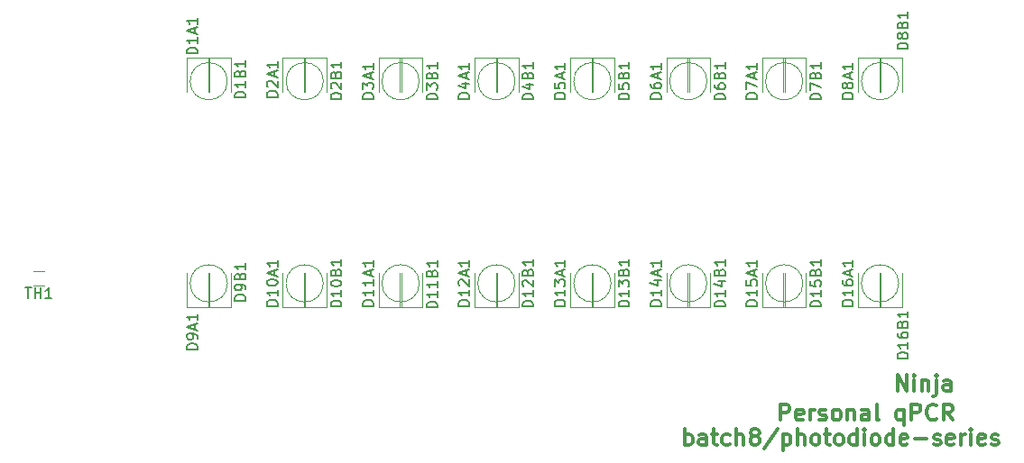
<source format=gto>
G04 #@! TF.GenerationSoftware,KiCad,Pcbnew,(5.1.6-0-10_14)*
G04 #@! TF.CreationDate,2021-06-29T18:11:56+09:00*
G04 #@! TF.ProjectId,qPCR-photodiode-series,71504352-2d70-4686-9f74-6f64696f6465,rev?*
G04 #@! TF.SameCoordinates,Original*
G04 #@! TF.FileFunction,Legend,Top*
G04 #@! TF.FilePolarity,Positive*
%FSLAX46Y46*%
G04 Gerber Fmt 4.6, Leading zero omitted, Abs format (unit mm)*
G04 Created by KiCad (PCBNEW (5.1.6-0-10_14)) date 2021-06-29 18:11:56*
%MOMM*%
%LPD*%
G01*
G04 APERTURE LIST*
%ADD10C,0.300000*%
%ADD11C,0.100000*%
%ADD12C,0.120000*%
%ADD13C,0.150000*%
G04 APERTURE END LIST*
D10*
X151261428Y-124698571D02*
X151261428Y-123198571D01*
X151261428Y-123770000D02*
X151404285Y-123698571D01*
X151690000Y-123698571D01*
X151832857Y-123770000D01*
X151904285Y-123841428D01*
X151975714Y-123984285D01*
X151975714Y-124412857D01*
X151904285Y-124555714D01*
X151832857Y-124627142D01*
X151690000Y-124698571D01*
X151404285Y-124698571D01*
X151261428Y-124627142D01*
X153261428Y-124698571D02*
X153261428Y-123912857D01*
X153190000Y-123770000D01*
X153047142Y-123698571D01*
X152761428Y-123698571D01*
X152618571Y-123770000D01*
X153261428Y-124627142D02*
X153118571Y-124698571D01*
X152761428Y-124698571D01*
X152618571Y-124627142D01*
X152547142Y-124484285D01*
X152547142Y-124341428D01*
X152618571Y-124198571D01*
X152761428Y-124127142D01*
X153118571Y-124127142D01*
X153261428Y-124055714D01*
X153761428Y-123698571D02*
X154332857Y-123698571D01*
X153975714Y-123198571D02*
X153975714Y-124484285D01*
X154047142Y-124627142D01*
X154190000Y-124698571D01*
X154332857Y-124698571D01*
X155475714Y-124627142D02*
X155332857Y-124698571D01*
X155047142Y-124698571D01*
X154904285Y-124627142D01*
X154832857Y-124555714D01*
X154761428Y-124412857D01*
X154761428Y-123984285D01*
X154832857Y-123841428D01*
X154904285Y-123770000D01*
X155047142Y-123698571D01*
X155332857Y-123698571D01*
X155475714Y-123770000D01*
X156118571Y-124698571D02*
X156118571Y-123198571D01*
X156761428Y-124698571D02*
X156761428Y-123912857D01*
X156690000Y-123770000D01*
X156547142Y-123698571D01*
X156332857Y-123698571D01*
X156190000Y-123770000D01*
X156118571Y-123841428D01*
X157690000Y-123841428D02*
X157547142Y-123770000D01*
X157475714Y-123698571D01*
X157404285Y-123555714D01*
X157404285Y-123484285D01*
X157475714Y-123341428D01*
X157547142Y-123270000D01*
X157690000Y-123198571D01*
X157975714Y-123198571D01*
X158118571Y-123270000D01*
X158190000Y-123341428D01*
X158261428Y-123484285D01*
X158261428Y-123555714D01*
X158190000Y-123698571D01*
X158118571Y-123770000D01*
X157975714Y-123841428D01*
X157690000Y-123841428D01*
X157547142Y-123912857D01*
X157475714Y-123984285D01*
X157404285Y-124127142D01*
X157404285Y-124412857D01*
X157475714Y-124555714D01*
X157547142Y-124627142D01*
X157690000Y-124698571D01*
X157975714Y-124698571D01*
X158118571Y-124627142D01*
X158190000Y-124555714D01*
X158261428Y-124412857D01*
X158261428Y-124127142D01*
X158190000Y-123984285D01*
X158118571Y-123912857D01*
X157975714Y-123841428D01*
X159975714Y-123127142D02*
X158690000Y-125055714D01*
X160475714Y-123698571D02*
X160475714Y-125198571D01*
X160475714Y-123770000D02*
X160618571Y-123698571D01*
X160904285Y-123698571D01*
X161047142Y-123770000D01*
X161118571Y-123841428D01*
X161190000Y-123984285D01*
X161190000Y-124412857D01*
X161118571Y-124555714D01*
X161047142Y-124627142D01*
X160904285Y-124698571D01*
X160618571Y-124698571D01*
X160475714Y-124627142D01*
X161832857Y-124698571D02*
X161832857Y-123198571D01*
X162475714Y-124698571D02*
X162475714Y-123912857D01*
X162404285Y-123770000D01*
X162261428Y-123698571D01*
X162047142Y-123698571D01*
X161904285Y-123770000D01*
X161832857Y-123841428D01*
X163404285Y-124698571D02*
X163261428Y-124627142D01*
X163189999Y-124555714D01*
X163118571Y-124412857D01*
X163118571Y-123984285D01*
X163189999Y-123841428D01*
X163261428Y-123770000D01*
X163404285Y-123698571D01*
X163618571Y-123698571D01*
X163761428Y-123770000D01*
X163832857Y-123841428D01*
X163904285Y-123984285D01*
X163904285Y-124412857D01*
X163832857Y-124555714D01*
X163761428Y-124627142D01*
X163618571Y-124698571D01*
X163404285Y-124698571D01*
X164332857Y-123698571D02*
X164904285Y-123698571D01*
X164547142Y-123198571D02*
X164547142Y-124484285D01*
X164618571Y-124627142D01*
X164761428Y-124698571D01*
X164904285Y-124698571D01*
X165618571Y-124698571D02*
X165475714Y-124627142D01*
X165404285Y-124555714D01*
X165332857Y-124412857D01*
X165332857Y-123984285D01*
X165404285Y-123841428D01*
X165475714Y-123770000D01*
X165618571Y-123698571D01*
X165832857Y-123698571D01*
X165975714Y-123770000D01*
X166047142Y-123841428D01*
X166118571Y-123984285D01*
X166118571Y-124412857D01*
X166047142Y-124555714D01*
X165975714Y-124627142D01*
X165832857Y-124698571D01*
X165618571Y-124698571D01*
X167404285Y-124698571D02*
X167404285Y-123198571D01*
X167404285Y-124627142D02*
X167261428Y-124698571D01*
X166975714Y-124698571D01*
X166832857Y-124627142D01*
X166761428Y-124555714D01*
X166689999Y-124412857D01*
X166689999Y-123984285D01*
X166761428Y-123841428D01*
X166832857Y-123770000D01*
X166975714Y-123698571D01*
X167261428Y-123698571D01*
X167404285Y-123770000D01*
X168118571Y-124698571D02*
X168118571Y-123698571D01*
X168118571Y-123198571D02*
X168047142Y-123270000D01*
X168118571Y-123341428D01*
X168189999Y-123270000D01*
X168118571Y-123198571D01*
X168118571Y-123341428D01*
X169047142Y-124698571D02*
X168904285Y-124627142D01*
X168832857Y-124555714D01*
X168761428Y-124412857D01*
X168761428Y-123984285D01*
X168832857Y-123841428D01*
X168904285Y-123770000D01*
X169047142Y-123698571D01*
X169261428Y-123698571D01*
X169404285Y-123770000D01*
X169475714Y-123841428D01*
X169547142Y-123984285D01*
X169547142Y-124412857D01*
X169475714Y-124555714D01*
X169404285Y-124627142D01*
X169261428Y-124698571D01*
X169047142Y-124698571D01*
X170832857Y-124698571D02*
X170832857Y-123198571D01*
X170832857Y-124627142D02*
X170689999Y-124698571D01*
X170404285Y-124698571D01*
X170261428Y-124627142D01*
X170189999Y-124555714D01*
X170118571Y-124412857D01*
X170118571Y-123984285D01*
X170189999Y-123841428D01*
X170261428Y-123770000D01*
X170404285Y-123698571D01*
X170689999Y-123698571D01*
X170832857Y-123770000D01*
X172118571Y-124627142D02*
X171975714Y-124698571D01*
X171689999Y-124698571D01*
X171547142Y-124627142D01*
X171475714Y-124484285D01*
X171475714Y-123912857D01*
X171547142Y-123770000D01*
X171689999Y-123698571D01*
X171975714Y-123698571D01*
X172118571Y-123770000D01*
X172189999Y-123912857D01*
X172189999Y-124055714D01*
X171475714Y-124198571D01*
X172832857Y-124127142D02*
X173975714Y-124127142D01*
X174618571Y-124627142D02*
X174761428Y-124698571D01*
X175047142Y-124698571D01*
X175190000Y-124627142D01*
X175261428Y-124484285D01*
X175261428Y-124412857D01*
X175190000Y-124270000D01*
X175047142Y-124198571D01*
X174832857Y-124198571D01*
X174690000Y-124127142D01*
X174618571Y-123984285D01*
X174618571Y-123912857D01*
X174690000Y-123770000D01*
X174832857Y-123698571D01*
X175047142Y-123698571D01*
X175190000Y-123770000D01*
X176475714Y-124627142D02*
X176332857Y-124698571D01*
X176047142Y-124698571D01*
X175904285Y-124627142D01*
X175832857Y-124484285D01*
X175832857Y-123912857D01*
X175904285Y-123770000D01*
X176047142Y-123698571D01*
X176332857Y-123698571D01*
X176475714Y-123770000D01*
X176547142Y-123912857D01*
X176547142Y-124055714D01*
X175832857Y-124198571D01*
X177190000Y-124698571D02*
X177190000Y-123698571D01*
X177190000Y-123984285D02*
X177261428Y-123841428D01*
X177332857Y-123770000D01*
X177475714Y-123698571D01*
X177618571Y-123698571D01*
X178118571Y-124698571D02*
X178118571Y-123698571D01*
X178118571Y-123198571D02*
X178047142Y-123270000D01*
X178118571Y-123341428D01*
X178190000Y-123270000D01*
X178118571Y-123198571D01*
X178118571Y-123341428D01*
X179404285Y-124627142D02*
X179261428Y-124698571D01*
X178975714Y-124698571D01*
X178832857Y-124627142D01*
X178761428Y-124484285D01*
X178761428Y-123912857D01*
X178832857Y-123770000D01*
X178975714Y-123698571D01*
X179261428Y-123698571D01*
X179404285Y-123770000D01*
X179475714Y-123912857D01*
X179475714Y-124055714D01*
X178761428Y-124198571D01*
X180047142Y-124627142D02*
X180190000Y-124698571D01*
X180475714Y-124698571D01*
X180618571Y-124627142D01*
X180690000Y-124484285D01*
X180690000Y-124412857D01*
X180618571Y-124270000D01*
X180475714Y-124198571D01*
X180261428Y-124198571D01*
X180118571Y-124127142D01*
X180047142Y-123984285D01*
X180047142Y-123912857D01*
X180118571Y-123770000D01*
X180261428Y-123698571D01*
X180475714Y-123698571D01*
X180618571Y-123770000D01*
X160244285Y-122358571D02*
X160244285Y-120858571D01*
X160815714Y-120858571D01*
X160958571Y-120930000D01*
X161030000Y-121001428D01*
X161101428Y-121144285D01*
X161101428Y-121358571D01*
X161030000Y-121501428D01*
X160958571Y-121572857D01*
X160815714Y-121644285D01*
X160244285Y-121644285D01*
X162315714Y-122287142D02*
X162172857Y-122358571D01*
X161887142Y-122358571D01*
X161744285Y-122287142D01*
X161672857Y-122144285D01*
X161672857Y-121572857D01*
X161744285Y-121430000D01*
X161887142Y-121358571D01*
X162172857Y-121358571D01*
X162315714Y-121430000D01*
X162387142Y-121572857D01*
X162387142Y-121715714D01*
X161672857Y-121858571D01*
X163030000Y-122358571D02*
X163030000Y-121358571D01*
X163030000Y-121644285D02*
X163101428Y-121501428D01*
X163172857Y-121430000D01*
X163315714Y-121358571D01*
X163458571Y-121358571D01*
X163887142Y-122287142D02*
X164030000Y-122358571D01*
X164315714Y-122358571D01*
X164458571Y-122287142D01*
X164530000Y-122144285D01*
X164530000Y-122072857D01*
X164458571Y-121930000D01*
X164315714Y-121858571D01*
X164101428Y-121858571D01*
X163958571Y-121787142D01*
X163887142Y-121644285D01*
X163887142Y-121572857D01*
X163958571Y-121430000D01*
X164101428Y-121358571D01*
X164315714Y-121358571D01*
X164458571Y-121430000D01*
X165387142Y-122358571D02*
X165244285Y-122287142D01*
X165172857Y-122215714D01*
X165101428Y-122072857D01*
X165101428Y-121644285D01*
X165172857Y-121501428D01*
X165244285Y-121430000D01*
X165387142Y-121358571D01*
X165601428Y-121358571D01*
X165744285Y-121430000D01*
X165815714Y-121501428D01*
X165887142Y-121644285D01*
X165887142Y-122072857D01*
X165815714Y-122215714D01*
X165744285Y-122287142D01*
X165601428Y-122358571D01*
X165387142Y-122358571D01*
X166530000Y-121358571D02*
X166530000Y-122358571D01*
X166530000Y-121501428D02*
X166601428Y-121430000D01*
X166744285Y-121358571D01*
X166958571Y-121358571D01*
X167101428Y-121430000D01*
X167172857Y-121572857D01*
X167172857Y-122358571D01*
X168530000Y-122358571D02*
X168530000Y-121572857D01*
X168458571Y-121430000D01*
X168315714Y-121358571D01*
X168030000Y-121358571D01*
X167887142Y-121430000D01*
X168530000Y-122287142D02*
X168387142Y-122358571D01*
X168030000Y-122358571D01*
X167887142Y-122287142D01*
X167815714Y-122144285D01*
X167815714Y-122001428D01*
X167887142Y-121858571D01*
X168030000Y-121787142D01*
X168387142Y-121787142D01*
X168530000Y-121715714D01*
X169458571Y-122358571D02*
X169315714Y-122287142D01*
X169244285Y-122144285D01*
X169244285Y-120858571D01*
X171815714Y-121358571D02*
X171815714Y-122858571D01*
X171815714Y-122287142D02*
X171672857Y-122358571D01*
X171387142Y-122358571D01*
X171244285Y-122287142D01*
X171172857Y-122215714D01*
X171101428Y-122072857D01*
X171101428Y-121644285D01*
X171172857Y-121501428D01*
X171244285Y-121430000D01*
X171387142Y-121358571D01*
X171672857Y-121358571D01*
X171815714Y-121430000D01*
X172530000Y-122358571D02*
X172530000Y-120858571D01*
X173101428Y-120858571D01*
X173244285Y-120930000D01*
X173315714Y-121001428D01*
X173387142Y-121144285D01*
X173387142Y-121358571D01*
X173315714Y-121501428D01*
X173244285Y-121572857D01*
X173101428Y-121644285D01*
X172530000Y-121644285D01*
X174887142Y-122215714D02*
X174815714Y-122287142D01*
X174601428Y-122358571D01*
X174458571Y-122358571D01*
X174244285Y-122287142D01*
X174101428Y-122144285D01*
X174030000Y-122001428D01*
X173958571Y-121715714D01*
X173958571Y-121501428D01*
X174030000Y-121215714D01*
X174101428Y-121072857D01*
X174244285Y-120930000D01*
X174458571Y-120858571D01*
X174601428Y-120858571D01*
X174815714Y-120930000D01*
X174887142Y-121001428D01*
X176387142Y-122358571D02*
X175887142Y-121644285D01*
X175530000Y-122358571D02*
X175530000Y-120858571D01*
X176101428Y-120858571D01*
X176244285Y-120930000D01*
X176315714Y-121001428D01*
X176387142Y-121144285D01*
X176387142Y-121358571D01*
X176315714Y-121501428D01*
X176244285Y-121572857D01*
X176101428Y-121644285D01*
X175530000Y-121644285D01*
X171220000Y-119578571D02*
X171220000Y-118078571D01*
X172077142Y-119578571D01*
X172077142Y-118078571D01*
X172791428Y-119578571D02*
X172791428Y-118578571D01*
X172791428Y-118078571D02*
X172720000Y-118150000D01*
X172791428Y-118221428D01*
X172862857Y-118150000D01*
X172791428Y-118078571D01*
X172791428Y-118221428D01*
X173505714Y-118578571D02*
X173505714Y-119578571D01*
X173505714Y-118721428D02*
X173577142Y-118650000D01*
X173720000Y-118578571D01*
X173934285Y-118578571D01*
X174077142Y-118650000D01*
X174148571Y-118792857D01*
X174148571Y-119578571D01*
X174862857Y-118578571D02*
X174862857Y-119864285D01*
X174791428Y-120007142D01*
X174648571Y-120078571D01*
X174577142Y-120078571D01*
X174862857Y-118078571D02*
X174791428Y-118150000D01*
X174862857Y-118221428D01*
X174934285Y-118150000D01*
X174862857Y-118078571D01*
X174862857Y-118221428D01*
X176220000Y-119578571D02*
X176220000Y-118792857D01*
X176148571Y-118650000D01*
X176005714Y-118578571D01*
X175720000Y-118578571D01*
X175577142Y-118650000D01*
X176220000Y-119507142D02*
X176077142Y-119578571D01*
X175720000Y-119578571D01*
X175577142Y-119507142D01*
X175505714Y-119364285D01*
X175505714Y-119221428D01*
X175577142Y-119078571D01*
X175720000Y-119007142D01*
X176077142Y-119007142D01*
X176220000Y-118935714D01*
D11*
X171328789Y-109497934D02*
G75*
G03*
X171328789Y-109497934I-1750000J0D01*
G01*
X162328789Y-109497934D02*
G75*
G03*
X162328789Y-109497934I-1750000J0D01*
G01*
X153328789Y-109497934D02*
G75*
G03*
X153328789Y-109497934I-1750000J0D01*
G01*
X144328789Y-109497934D02*
G75*
G03*
X144328789Y-109497934I-1750000J0D01*
G01*
X135328789Y-109497934D02*
G75*
G03*
X135328789Y-109497934I-1750000J0D01*
G01*
X126328789Y-109497934D02*
G75*
G03*
X126328789Y-109497934I-1750000J0D01*
G01*
X117328789Y-109497934D02*
G75*
G03*
X117328789Y-109497934I-1750000J0D01*
G01*
X108328789Y-109497934D02*
G75*
G03*
X108328789Y-109497934I-1750000J0D01*
G01*
X108328789Y-90498367D02*
G75*
G03*
X108328789Y-90498367I-1750000J0D01*
G01*
X117328789Y-90498367D02*
G75*
G03*
X117328789Y-90498367I-1750000J0D01*
G01*
X126328789Y-90498367D02*
G75*
G03*
X126328789Y-90498367I-1750000J0D01*
G01*
X135328789Y-90498367D02*
G75*
G03*
X135328789Y-90498367I-1750000J0D01*
G01*
X144328789Y-90498367D02*
G75*
G03*
X144328789Y-90498367I-1750000J0D01*
G01*
X153328789Y-90498367D02*
G75*
G03*
X153328789Y-90498367I-1750000J0D01*
G01*
X171328789Y-90498367D02*
G75*
G03*
X171328789Y-90498367I-1750000J0D01*
G01*
X162328789Y-90498367D02*
G75*
G03*
X162328789Y-90498367I-1750000J0D01*
G01*
D12*
X104518789Y-88298367D02*
X104518789Y-91498367D01*
X106638789Y-91498367D02*
X106638789Y-88298367D01*
X106638789Y-88298367D02*
X104518789Y-88298367D01*
X108638789Y-88298367D02*
X106518789Y-88298367D01*
X108638789Y-91498367D02*
X108638789Y-88298367D01*
X106518789Y-88298367D02*
X106518789Y-91498367D01*
X104518789Y-111697934D02*
X106638789Y-111697934D01*
X104518789Y-108497934D02*
X104518789Y-111697934D01*
X106638789Y-111697934D02*
X106638789Y-108497934D01*
X108638789Y-111697934D02*
X108638789Y-108497934D01*
X106518789Y-108497934D02*
X106518789Y-111697934D01*
X106518789Y-111697934D02*
X108638789Y-111697934D01*
X113518789Y-111697934D02*
X115638789Y-111697934D01*
X113518789Y-108497934D02*
X113518789Y-111697934D01*
X115638789Y-111697934D02*
X115638789Y-108497934D01*
X117638789Y-111697934D02*
X117638789Y-108497934D01*
X115518789Y-108497934D02*
X115518789Y-111697934D01*
X115518789Y-111697934D02*
X117638789Y-111697934D01*
X122518789Y-111697934D02*
X124638789Y-111697934D01*
X122518789Y-108497934D02*
X122518789Y-111697934D01*
X124638789Y-111697934D02*
X124638789Y-108497934D01*
X126638789Y-111697934D02*
X126638789Y-108497934D01*
X124518789Y-108497934D02*
X124518789Y-111697934D01*
X124518789Y-111697934D02*
X126638789Y-111697934D01*
X131518789Y-111697934D02*
X133638789Y-111697934D01*
X131518789Y-108497934D02*
X131518789Y-111697934D01*
X133638789Y-111697934D02*
X133638789Y-108497934D01*
X135638789Y-111697934D02*
X135638789Y-108497934D01*
X133518789Y-108497934D02*
X133518789Y-111697934D01*
X133518789Y-111697934D02*
X135638789Y-111697934D01*
X142638789Y-111697934D02*
X142638789Y-108497934D01*
X140518789Y-108497934D02*
X140518789Y-111697934D01*
X140518789Y-111697934D02*
X142638789Y-111697934D01*
X142518789Y-111697934D02*
X144638789Y-111697934D01*
X142518789Y-108497934D02*
X142518789Y-111697934D01*
X144638789Y-111697934D02*
X144638789Y-108497934D01*
X151638789Y-111697934D02*
X151638789Y-108497934D01*
X149518789Y-108497934D02*
X149518789Y-111697934D01*
X149518789Y-111697934D02*
X151638789Y-111697934D01*
X151518789Y-111697934D02*
X153638789Y-111697934D01*
X151518789Y-108497934D02*
X151518789Y-111697934D01*
X153638789Y-111697934D02*
X153638789Y-108497934D01*
X160638789Y-111697934D02*
X160638789Y-108497934D01*
X158518789Y-108497934D02*
X158518789Y-111697934D01*
X158518789Y-111697934D02*
X160638789Y-111697934D01*
X160518789Y-111697934D02*
X162638789Y-111697934D01*
X160518789Y-108497934D02*
X160518789Y-111697934D01*
X162638789Y-111697934D02*
X162638789Y-108497934D01*
X169638789Y-111697934D02*
X169638789Y-108497934D01*
X167518789Y-108497934D02*
X167518789Y-111697934D01*
X167518789Y-111697934D02*
X169638789Y-111697934D01*
X169518789Y-111697934D02*
X171638789Y-111697934D01*
X169518789Y-108497934D02*
X169518789Y-111697934D01*
X171638789Y-111697934D02*
X171638789Y-108497934D01*
X113518789Y-88298367D02*
X113518789Y-91498367D01*
X115638789Y-91498367D02*
X115638789Y-88298367D01*
X115638789Y-88298367D02*
X113518789Y-88298367D01*
X117638789Y-88298367D02*
X115518789Y-88298367D01*
X117638789Y-91498367D02*
X117638789Y-88298367D01*
X115518789Y-88298367D02*
X115518789Y-91498367D01*
X122518789Y-88298367D02*
X122518789Y-91498367D01*
X124638789Y-91498367D02*
X124638789Y-88298367D01*
X124638789Y-88298367D02*
X122518789Y-88298367D01*
X126638789Y-88298367D02*
X124518789Y-88298367D01*
X126638789Y-91498367D02*
X126638789Y-88298367D01*
X124518789Y-88298367D02*
X124518789Y-91498367D01*
X131518789Y-88298367D02*
X131518789Y-91498367D01*
X133638789Y-91498367D02*
X133638789Y-88298367D01*
X133638789Y-88298367D02*
X131518789Y-88298367D01*
X135638789Y-88298367D02*
X133518789Y-88298367D01*
X135638789Y-91498367D02*
X135638789Y-88298367D01*
X133518789Y-88298367D02*
X133518789Y-91498367D01*
X142638789Y-88298367D02*
X140518789Y-88298367D01*
X142638789Y-91498367D02*
X142638789Y-88298367D01*
X140518789Y-88298367D02*
X140518789Y-91498367D01*
X142518789Y-88298367D02*
X142518789Y-91498367D01*
X144638789Y-91498367D02*
X144638789Y-88298367D01*
X144638789Y-88298367D02*
X142518789Y-88298367D01*
X151638789Y-88298367D02*
X149518789Y-88298367D01*
X151638789Y-91498367D02*
X151638789Y-88298367D01*
X149518789Y-88298367D02*
X149518789Y-91498367D01*
X151518789Y-88298367D02*
X151518789Y-91498367D01*
X153638789Y-91498367D02*
X153638789Y-88298367D01*
X153638789Y-88298367D02*
X151518789Y-88298367D01*
X160638789Y-88298367D02*
X158518789Y-88298367D01*
X160638789Y-91498367D02*
X160638789Y-88298367D01*
X158518789Y-88298367D02*
X158518789Y-91498367D01*
X160518789Y-88298367D02*
X160518789Y-91498367D01*
X162638789Y-91498367D02*
X162638789Y-88298367D01*
X162638789Y-88298367D02*
X160518789Y-88298367D01*
X169638789Y-88298367D02*
X167518789Y-88298367D01*
X169638789Y-91498367D02*
X169638789Y-88298367D01*
X167518789Y-88298367D02*
X167518789Y-91498367D01*
X169518789Y-88298367D02*
X169518789Y-91498367D01*
X171638789Y-91498367D02*
X171638789Y-88298367D01*
X171638789Y-88298367D02*
X169518789Y-88298367D01*
X91140000Y-109680000D02*
X90140000Y-109680000D01*
X90140000Y-108320000D02*
X91140000Y-108320000D01*
D13*
X105522380Y-87882857D02*
X104522380Y-87882857D01*
X104522380Y-87644761D01*
X104570000Y-87501904D01*
X104665238Y-87406666D01*
X104760476Y-87359047D01*
X104950952Y-87311428D01*
X105093809Y-87311428D01*
X105284285Y-87359047D01*
X105379523Y-87406666D01*
X105474761Y-87501904D01*
X105522380Y-87644761D01*
X105522380Y-87882857D01*
X105522380Y-86359047D02*
X105522380Y-86930476D01*
X105522380Y-86644761D02*
X104522380Y-86644761D01*
X104665238Y-86740000D01*
X104760476Y-86835238D01*
X104808095Y-86930476D01*
X105236666Y-85978095D02*
X105236666Y-85501904D01*
X105522380Y-86073333D02*
X104522380Y-85740000D01*
X105522380Y-85406666D01*
X105522380Y-84549523D02*
X105522380Y-85120952D01*
X105522380Y-84835238D02*
X104522380Y-84835238D01*
X104665238Y-84930476D01*
X104760476Y-85025714D01*
X104808095Y-85120952D01*
X110031169Y-92044285D02*
X109031169Y-92044285D01*
X109031169Y-91806190D01*
X109078789Y-91663333D01*
X109174027Y-91568095D01*
X109269265Y-91520476D01*
X109459741Y-91472857D01*
X109602598Y-91472857D01*
X109793074Y-91520476D01*
X109888312Y-91568095D01*
X109983550Y-91663333D01*
X110031169Y-91806190D01*
X110031169Y-92044285D01*
X110031169Y-90520476D02*
X110031169Y-91091904D01*
X110031169Y-90806190D02*
X109031169Y-90806190D01*
X109174027Y-90901428D01*
X109269265Y-90996666D01*
X109316884Y-91091904D01*
X109507360Y-89758571D02*
X109554979Y-89615714D01*
X109602598Y-89568095D01*
X109697836Y-89520476D01*
X109840693Y-89520476D01*
X109935931Y-89568095D01*
X109983550Y-89615714D01*
X110031169Y-89710952D01*
X110031169Y-90091904D01*
X109031169Y-90091904D01*
X109031169Y-89758571D01*
X109078789Y-89663333D01*
X109126408Y-89615714D01*
X109221646Y-89568095D01*
X109316884Y-89568095D01*
X109412122Y-89615714D01*
X109459741Y-89663333D01*
X109507360Y-89758571D01*
X109507360Y-90091904D01*
X110031169Y-88568095D02*
X110031169Y-89139523D01*
X110031169Y-88853809D02*
X109031169Y-88853809D01*
X109174027Y-88949047D01*
X109269265Y-89044285D01*
X109316884Y-89139523D01*
X105522380Y-115712857D02*
X104522380Y-115712857D01*
X104522380Y-115474761D01*
X104570000Y-115331904D01*
X104665238Y-115236666D01*
X104760476Y-115189047D01*
X104950952Y-115141428D01*
X105093809Y-115141428D01*
X105284285Y-115189047D01*
X105379523Y-115236666D01*
X105474761Y-115331904D01*
X105522380Y-115474761D01*
X105522380Y-115712857D01*
X105522380Y-114665238D02*
X105522380Y-114474761D01*
X105474761Y-114379523D01*
X105427142Y-114331904D01*
X105284285Y-114236666D01*
X105093809Y-114189047D01*
X104712857Y-114189047D01*
X104617619Y-114236666D01*
X104570000Y-114284285D01*
X104522380Y-114379523D01*
X104522380Y-114570000D01*
X104570000Y-114665238D01*
X104617619Y-114712857D01*
X104712857Y-114760476D01*
X104950952Y-114760476D01*
X105046190Y-114712857D01*
X105093809Y-114665238D01*
X105141428Y-114570000D01*
X105141428Y-114379523D01*
X105093809Y-114284285D01*
X105046190Y-114236666D01*
X104950952Y-114189047D01*
X105236666Y-113808095D02*
X105236666Y-113331904D01*
X105522380Y-113903333D02*
X104522380Y-113570000D01*
X105522380Y-113236666D01*
X105522380Y-112379523D02*
X105522380Y-112950952D01*
X105522380Y-112665238D02*
X104522380Y-112665238D01*
X104665238Y-112760476D01*
X104760476Y-112855714D01*
X104808095Y-112950952D01*
X110031169Y-111104285D02*
X109031169Y-111104285D01*
X109031169Y-110866190D01*
X109078789Y-110723333D01*
X109174027Y-110628095D01*
X109269265Y-110580476D01*
X109459741Y-110532857D01*
X109602598Y-110532857D01*
X109793074Y-110580476D01*
X109888312Y-110628095D01*
X109983550Y-110723333D01*
X110031169Y-110866190D01*
X110031169Y-111104285D01*
X110031169Y-110056666D02*
X110031169Y-109866190D01*
X109983550Y-109770952D01*
X109935931Y-109723333D01*
X109793074Y-109628095D01*
X109602598Y-109580476D01*
X109221646Y-109580476D01*
X109126408Y-109628095D01*
X109078789Y-109675714D01*
X109031169Y-109770952D01*
X109031169Y-109961428D01*
X109078789Y-110056666D01*
X109126408Y-110104285D01*
X109221646Y-110151904D01*
X109459741Y-110151904D01*
X109554979Y-110104285D01*
X109602598Y-110056666D01*
X109650217Y-109961428D01*
X109650217Y-109770952D01*
X109602598Y-109675714D01*
X109554979Y-109628095D01*
X109459741Y-109580476D01*
X109507360Y-108818571D02*
X109554979Y-108675714D01*
X109602598Y-108628095D01*
X109697836Y-108580476D01*
X109840693Y-108580476D01*
X109935931Y-108628095D01*
X109983550Y-108675714D01*
X110031169Y-108770952D01*
X110031169Y-109151904D01*
X109031169Y-109151904D01*
X109031169Y-108818571D01*
X109078789Y-108723333D01*
X109126408Y-108675714D01*
X109221646Y-108628095D01*
X109316884Y-108628095D01*
X109412122Y-108675714D01*
X109459741Y-108723333D01*
X109507360Y-108818571D01*
X109507360Y-109151904D01*
X110031169Y-107628095D02*
X110031169Y-108199523D01*
X110031169Y-107913809D02*
X109031169Y-107913809D01*
X109174027Y-108009047D01*
X109269265Y-108104285D01*
X109316884Y-108199523D01*
X113031169Y-111616981D02*
X112031169Y-111616981D01*
X112031169Y-111378886D01*
X112078789Y-111236029D01*
X112174027Y-111140791D01*
X112269265Y-111093172D01*
X112459741Y-111045553D01*
X112602598Y-111045553D01*
X112793074Y-111093172D01*
X112888312Y-111140791D01*
X112983550Y-111236029D01*
X113031169Y-111378886D01*
X113031169Y-111616981D01*
X113031169Y-110093172D02*
X113031169Y-110664600D01*
X113031169Y-110378886D02*
X112031169Y-110378886D01*
X112174027Y-110474124D01*
X112269265Y-110569362D01*
X112316884Y-110664600D01*
X112031169Y-109474124D02*
X112031169Y-109378886D01*
X112078789Y-109283648D01*
X112126408Y-109236029D01*
X112221646Y-109188410D01*
X112412122Y-109140791D01*
X112650217Y-109140791D01*
X112840693Y-109188410D01*
X112935931Y-109236029D01*
X112983550Y-109283648D01*
X113031169Y-109378886D01*
X113031169Y-109474124D01*
X112983550Y-109569362D01*
X112935931Y-109616981D01*
X112840693Y-109664600D01*
X112650217Y-109712219D01*
X112412122Y-109712219D01*
X112221646Y-109664600D01*
X112126408Y-109616981D01*
X112078789Y-109569362D01*
X112031169Y-109474124D01*
X112745455Y-108759838D02*
X112745455Y-108283648D01*
X113031169Y-108855076D02*
X112031169Y-108521743D01*
X113031169Y-108188410D01*
X113031169Y-107331267D02*
X113031169Y-107902695D01*
X113031169Y-107616981D02*
X112031169Y-107616981D01*
X112174027Y-107712219D01*
X112269265Y-107807457D01*
X112316884Y-107902695D01*
X119031169Y-111688410D02*
X118031169Y-111688410D01*
X118031169Y-111450314D01*
X118078789Y-111307457D01*
X118174027Y-111212219D01*
X118269265Y-111164600D01*
X118459741Y-111116981D01*
X118602598Y-111116981D01*
X118793074Y-111164600D01*
X118888312Y-111212219D01*
X118983550Y-111307457D01*
X119031169Y-111450314D01*
X119031169Y-111688410D01*
X119031169Y-110164600D02*
X119031169Y-110736029D01*
X119031169Y-110450314D02*
X118031169Y-110450314D01*
X118174027Y-110545553D01*
X118269265Y-110640791D01*
X118316884Y-110736029D01*
X118031169Y-109545553D02*
X118031169Y-109450314D01*
X118078789Y-109355076D01*
X118126408Y-109307457D01*
X118221646Y-109259838D01*
X118412122Y-109212219D01*
X118650217Y-109212219D01*
X118840693Y-109259838D01*
X118935931Y-109307457D01*
X118983550Y-109355076D01*
X119031169Y-109450314D01*
X119031169Y-109545553D01*
X118983550Y-109640791D01*
X118935931Y-109688410D01*
X118840693Y-109736029D01*
X118650217Y-109783648D01*
X118412122Y-109783648D01*
X118221646Y-109736029D01*
X118126408Y-109688410D01*
X118078789Y-109640791D01*
X118031169Y-109545553D01*
X118507360Y-108450314D02*
X118554979Y-108307457D01*
X118602598Y-108259838D01*
X118697836Y-108212219D01*
X118840693Y-108212219D01*
X118935931Y-108259838D01*
X118983550Y-108307457D01*
X119031169Y-108402695D01*
X119031169Y-108783648D01*
X118031169Y-108783648D01*
X118031169Y-108450314D01*
X118078789Y-108355076D01*
X118126408Y-108307457D01*
X118221646Y-108259838D01*
X118316884Y-108259838D01*
X118412122Y-108307457D01*
X118459741Y-108355076D01*
X118507360Y-108450314D01*
X118507360Y-108783648D01*
X119031169Y-107259838D02*
X119031169Y-107831267D01*
X119031169Y-107545553D02*
X118031169Y-107545553D01*
X118174027Y-107640791D01*
X118269265Y-107736029D01*
X118316884Y-107831267D01*
X122031169Y-111616981D02*
X121031169Y-111616981D01*
X121031169Y-111378886D01*
X121078789Y-111236029D01*
X121174027Y-111140791D01*
X121269265Y-111093172D01*
X121459741Y-111045553D01*
X121602598Y-111045553D01*
X121793074Y-111093172D01*
X121888312Y-111140791D01*
X121983550Y-111236029D01*
X122031169Y-111378886D01*
X122031169Y-111616981D01*
X122031169Y-110093172D02*
X122031169Y-110664600D01*
X122031169Y-110378886D02*
X121031169Y-110378886D01*
X121174027Y-110474124D01*
X121269265Y-110569362D01*
X121316884Y-110664600D01*
X122031169Y-109140791D02*
X122031169Y-109712219D01*
X122031169Y-109426505D02*
X121031169Y-109426505D01*
X121174027Y-109521743D01*
X121269265Y-109616981D01*
X121316884Y-109712219D01*
X121745455Y-108759838D02*
X121745455Y-108283648D01*
X122031169Y-108855076D02*
X121031169Y-108521743D01*
X122031169Y-108188410D01*
X122031169Y-107331267D02*
X122031169Y-107902695D01*
X122031169Y-107616981D02*
X121031169Y-107616981D01*
X121174027Y-107712219D01*
X121269265Y-107807457D01*
X121316884Y-107902695D01*
X128031169Y-111770476D02*
X127031169Y-111770476D01*
X127031169Y-111532380D01*
X127078789Y-111389523D01*
X127174027Y-111294285D01*
X127269265Y-111246666D01*
X127459741Y-111199047D01*
X127602598Y-111199047D01*
X127793074Y-111246666D01*
X127888312Y-111294285D01*
X127983550Y-111389523D01*
X128031169Y-111532380D01*
X128031169Y-111770476D01*
X128031169Y-110246666D02*
X128031169Y-110818095D01*
X128031169Y-110532380D02*
X127031169Y-110532380D01*
X127174027Y-110627619D01*
X127269265Y-110722857D01*
X127316884Y-110818095D01*
X128031169Y-109294285D02*
X128031169Y-109865714D01*
X128031169Y-109580000D02*
X127031169Y-109580000D01*
X127174027Y-109675238D01*
X127269265Y-109770476D01*
X127316884Y-109865714D01*
X127507360Y-108532380D02*
X127554979Y-108389523D01*
X127602598Y-108341904D01*
X127697836Y-108294285D01*
X127840693Y-108294285D01*
X127935931Y-108341904D01*
X127983550Y-108389523D01*
X128031169Y-108484761D01*
X128031169Y-108865714D01*
X127031169Y-108865714D01*
X127031169Y-108532380D01*
X127078789Y-108437142D01*
X127126408Y-108389523D01*
X127221646Y-108341904D01*
X127316884Y-108341904D01*
X127412122Y-108389523D01*
X127459741Y-108437142D01*
X127507360Y-108532380D01*
X127507360Y-108865714D01*
X128031169Y-107341904D02*
X128031169Y-107913333D01*
X128031169Y-107627619D02*
X127031169Y-107627619D01*
X127174027Y-107722857D01*
X127269265Y-107818095D01*
X127316884Y-107913333D01*
X131031169Y-111616981D02*
X130031169Y-111616981D01*
X130031169Y-111378886D01*
X130078789Y-111236029D01*
X130174027Y-111140791D01*
X130269265Y-111093172D01*
X130459741Y-111045553D01*
X130602598Y-111045553D01*
X130793074Y-111093172D01*
X130888312Y-111140791D01*
X130983550Y-111236029D01*
X131031169Y-111378886D01*
X131031169Y-111616981D01*
X131031169Y-110093172D02*
X131031169Y-110664600D01*
X131031169Y-110378886D02*
X130031169Y-110378886D01*
X130174027Y-110474124D01*
X130269265Y-110569362D01*
X130316884Y-110664600D01*
X130126408Y-109712219D02*
X130078789Y-109664600D01*
X130031169Y-109569362D01*
X130031169Y-109331267D01*
X130078789Y-109236029D01*
X130126408Y-109188410D01*
X130221646Y-109140791D01*
X130316884Y-109140791D01*
X130459741Y-109188410D01*
X131031169Y-109759838D01*
X131031169Y-109140791D01*
X130745455Y-108759838D02*
X130745455Y-108283648D01*
X131031169Y-108855076D02*
X130031169Y-108521743D01*
X131031169Y-108188410D01*
X131031169Y-107331267D02*
X131031169Y-107902695D01*
X131031169Y-107616981D02*
X130031169Y-107616981D01*
X130174027Y-107712219D01*
X130269265Y-107807457D01*
X130316884Y-107902695D01*
X137031169Y-111688410D02*
X136031169Y-111688410D01*
X136031169Y-111450314D01*
X136078789Y-111307457D01*
X136174027Y-111212219D01*
X136269265Y-111164600D01*
X136459741Y-111116981D01*
X136602598Y-111116981D01*
X136793074Y-111164600D01*
X136888312Y-111212219D01*
X136983550Y-111307457D01*
X137031169Y-111450314D01*
X137031169Y-111688410D01*
X137031169Y-110164600D02*
X137031169Y-110736029D01*
X137031169Y-110450314D02*
X136031169Y-110450314D01*
X136174027Y-110545553D01*
X136269265Y-110640791D01*
X136316884Y-110736029D01*
X136126408Y-109783648D02*
X136078789Y-109736029D01*
X136031169Y-109640791D01*
X136031169Y-109402695D01*
X136078789Y-109307457D01*
X136126408Y-109259838D01*
X136221646Y-109212219D01*
X136316884Y-109212219D01*
X136459741Y-109259838D01*
X137031169Y-109831267D01*
X137031169Y-109212219D01*
X136507360Y-108450314D02*
X136554979Y-108307457D01*
X136602598Y-108259838D01*
X136697836Y-108212219D01*
X136840693Y-108212219D01*
X136935931Y-108259838D01*
X136983550Y-108307457D01*
X137031169Y-108402695D01*
X137031169Y-108783648D01*
X136031169Y-108783648D01*
X136031169Y-108450314D01*
X136078789Y-108355076D01*
X136126408Y-108307457D01*
X136221646Y-108259838D01*
X136316884Y-108259838D01*
X136412122Y-108307457D01*
X136459741Y-108355076D01*
X136507360Y-108450314D01*
X136507360Y-108783648D01*
X137031169Y-107259838D02*
X137031169Y-107831267D01*
X137031169Y-107545553D02*
X136031169Y-107545553D01*
X136174027Y-107640791D01*
X136269265Y-107736029D01*
X136316884Y-107831267D01*
X140031169Y-111616981D02*
X139031169Y-111616981D01*
X139031169Y-111378886D01*
X139078789Y-111236029D01*
X139174027Y-111140791D01*
X139269265Y-111093172D01*
X139459741Y-111045553D01*
X139602598Y-111045553D01*
X139793074Y-111093172D01*
X139888312Y-111140791D01*
X139983550Y-111236029D01*
X140031169Y-111378886D01*
X140031169Y-111616981D01*
X140031169Y-110093172D02*
X140031169Y-110664600D01*
X140031169Y-110378886D02*
X139031169Y-110378886D01*
X139174027Y-110474124D01*
X139269265Y-110569362D01*
X139316884Y-110664600D01*
X139031169Y-109759838D02*
X139031169Y-109140791D01*
X139412122Y-109474124D01*
X139412122Y-109331267D01*
X139459741Y-109236029D01*
X139507360Y-109188410D01*
X139602598Y-109140791D01*
X139840693Y-109140791D01*
X139935931Y-109188410D01*
X139983550Y-109236029D01*
X140031169Y-109331267D01*
X140031169Y-109616981D01*
X139983550Y-109712219D01*
X139935931Y-109759838D01*
X139745455Y-108759838D02*
X139745455Y-108283648D01*
X140031169Y-108855076D02*
X139031169Y-108521743D01*
X140031169Y-108188410D01*
X140031169Y-107331267D02*
X140031169Y-107902695D01*
X140031169Y-107616981D02*
X139031169Y-107616981D01*
X139174027Y-107712219D01*
X139269265Y-107807457D01*
X139316884Y-107902695D01*
X146031169Y-111688410D02*
X145031169Y-111688410D01*
X145031169Y-111450314D01*
X145078789Y-111307457D01*
X145174027Y-111212219D01*
X145269265Y-111164600D01*
X145459741Y-111116981D01*
X145602598Y-111116981D01*
X145793074Y-111164600D01*
X145888312Y-111212219D01*
X145983550Y-111307457D01*
X146031169Y-111450314D01*
X146031169Y-111688410D01*
X146031169Y-110164600D02*
X146031169Y-110736029D01*
X146031169Y-110450314D02*
X145031169Y-110450314D01*
X145174027Y-110545553D01*
X145269265Y-110640791D01*
X145316884Y-110736029D01*
X145031169Y-109831267D02*
X145031169Y-109212219D01*
X145412122Y-109545553D01*
X145412122Y-109402695D01*
X145459741Y-109307457D01*
X145507360Y-109259838D01*
X145602598Y-109212219D01*
X145840693Y-109212219D01*
X145935931Y-109259838D01*
X145983550Y-109307457D01*
X146031169Y-109402695D01*
X146031169Y-109688410D01*
X145983550Y-109783648D01*
X145935931Y-109831267D01*
X145507360Y-108450314D02*
X145554979Y-108307457D01*
X145602598Y-108259838D01*
X145697836Y-108212219D01*
X145840693Y-108212219D01*
X145935931Y-108259838D01*
X145983550Y-108307457D01*
X146031169Y-108402695D01*
X146031169Y-108783648D01*
X145031169Y-108783648D01*
X145031169Y-108450314D01*
X145078789Y-108355076D01*
X145126408Y-108307457D01*
X145221646Y-108259838D01*
X145316884Y-108259838D01*
X145412122Y-108307457D01*
X145459741Y-108355076D01*
X145507360Y-108450314D01*
X145507360Y-108783648D01*
X146031169Y-107259838D02*
X146031169Y-107831267D01*
X146031169Y-107545553D02*
X145031169Y-107545553D01*
X145174027Y-107640791D01*
X145269265Y-107736029D01*
X145316884Y-107831267D01*
X149031169Y-111616981D02*
X148031169Y-111616981D01*
X148031169Y-111378886D01*
X148078789Y-111236029D01*
X148174027Y-111140791D01*
X148269265Y-111093172D01*
X148459741Y-111045553D01*
X148602598Y-111045553D01*
X148793074Y-111093172D01*
X148888312Y-111140791D01*
X148983550Y-111236029D01*
X149031169Y-111378886D01*
X149031169Y-111616981D01*
X149031169Y-110093172D02*
X149031169Y-110664600D01*
X149031169Y-110378886D02*
X148031169Y-110378886D01*
X148174027Y-110474124D01*
X148269265Y-110569362D01*
X148316884Y-110664600D01*
X148364503Y-109236029D02*
X149031169Y-109236029D01*
X147983550Y-109474124D02*
X148697836Y-109712219D01*
X148697836Y-109093172D01*
X148745455Y-108759838D02*
X148745455Y-108283648D01*
X149031169Y-108855076D02*
X148031169Y-108521743D01*
X149031169Y-108188410D01*
X149031169Y-107331267D02*
X149031169Y-107902695D01*
X149031169Y-107616981D02*
X148031169Y-107616981D01*
X148174027Y-107712219D01*
X148269265Y-107807457D01*
X148316884Y-107902695D01*
X155031169Y-111688410D02*
X154031169Y-111688410D01*
X154031169Y-111450314D01*
X154078789Y-111307457D01*
X154174027Y-111212219D01*
X154269265Y-111164600D01*
X154459741Y-111116981D01*
X154602598Y-111116981D01*
X154793074Y-111164600D01*
X154888312Y-111212219D01*
X154983550Y-111307457D01*
X155031169Y-111450314D01*
X155031169Y-111688410D01*
X155031169Y-110164600D02*
X155031169Y-110736029D01*
X155031169Y-110450314D02*
X154031169Y-110450314D01*
X154174027Y-110545553D01*
X154269265Y-110640791D01*
X154316884Y-110736029D01*
X154364503Y-109307457D02*
X155031169Y-109307457D01*
X153983550Y-109545553D02*
X154697836Y-109783648D01*
X154697836Y-109164600D01*
X154507360Y-108450314D02*
X154554979Y-108307457D01*
X154602598Y-108259838D01*
X154697836Y-108212219D01*
X154840693Y-108212219D01*
X154935931Y-108259838D01*
X154983550Y-108307457D01*
X155031169Y-108402695D01*
X155031169Y-108783648D01*
X154031169Y-108783648D01*
X154031169Y-108450314D01*
X154078789Y-108355076D01*
X154126408Y-108307457D01*
X154221646Y-108259838D01*
X154316884Y-108259838D01*
X154412122Y-108307457D01*
X154459741Y-108355076D01*
X154507360Y-108450314D01*
X154507360Y-108783648D01*
X155031169Y-107259838D02*
X155031169Y-107831267D01*
X155031169Y-107545553D02*
X154031169Y-107545553D01*
X154174027Y-107640791D01*
X154269265Y-107736029D01*
X154316884Y-107831267D01*
X158031169Y-111616981D02*
X157031169Y-111616981D01*
X157031169Y-111378886D01*
X157078789Y-111236029D01*
X157174027Y-111140791D01*
X157269265Y-111093172D01*
X157459741Y-111045553D01*
X157602598Y-111045553D01*
X157793074Y-111093172D01*
X157888312Y-111140791D01*
X157983550Y-111236029D01*
X158031169Y-111378886D01*
X158031169Y-111616981D01*
X158031169Y-110093172D02*
X158031169Y-110664600D01*
X158031169Y-110378886D02*
X157031169Y-110378886D01*
X157174027Y-110474124D01*
X157269265Y-110569362D01*
X157316884Y-110664600D01*
X157031169Y-109188410D02*
X157031169Y-109664600D01*
X157507360Y-109712219D01*
X157459741Y-109664600D01*
X157412122Y-109569362D01*
X157412122Y-109331267D01*
X157459741Y-109236029D01*
X157507360Y-109188410D01*
X157602598Y-109140791D01*
X157840693Y-109140791D01*
X157935931Y-109188410D01*
X157983550Y-109236029D01*
X158031169Y-109331267D01*
X158031169Y-109569362D01*
X157983550Y-109664600D01*
X157935931Y-109712219D01*
X157745455Y-108759838D02*
X157745455Y-108283648D01*
X158031169Y-108855076D02*
X157031169Y-108521743D01*
X158031169Y-108188410D01*
X158031169Y-107331267D02*
X158031169Y-107902695D01*
X158031169Y-107616981D02*
X157031169Y-107616981D01*
X157174027Y-107712219D01*
X157269265Y-107807457D01*
X157316884Y-107902695D01*
X164031169Y-111688410D02*
X163031169Y-111688410D01*
X163031169Y-111450314D01*
X163078789Y-111307457D01*
X163174027Y-111212219D01*
X163269265Y-111164600D01*
X163459741Y-111116981D01*
X163602598Y-111116981D01*
X163793074Y-111164600D01*
X163888312Y-111212219D01*
X163983550Y-111307457D01*
X164031169Y-111450314D01*
X164031169Y-111688410D01*
X164031169Y-110164600D02*
X164031169Y-110736029D01*
X164031169Y-110450314D02*
X163031169Y-110450314D01*
X163174027Y-110545553D01*
X163269265Y-110640791D01*
X163316884Y-110736029D01*
X163031169Y-109259838D02*
X163031169Y-109736029D01*
X163507360Y-109783648D01*
X163459741Y-109736029D01*
X163412122Y-109640791D01*
X163412122Y-109402695D01*
X163459741Y-109307457D01*
X163507360Y-109259838D01*
X163602598Y-109212219D01*
X163840693Y-109212219D01*
X163935931Y-109259838D01*
X163983550Y-109307457D01*
X164031169Y-109402695D01*
X164031169Y-109640791D01*
X163983550Y-109736029D01*
X163935931Y-109783648D01*
X163507360Y-108450314D02*
X163554979Y-108307457D01*
X163602598Y-108259838D01*
X163697836Y-108212219D01*
X163840693Y-108212219D01*
X163935931Y-108259838D01*
X163983550Y-108307457D01*
X164031169Y-108402695D01*
X164031169Y-108783648D01*
X163031169Y-108783648D01*
X163031169Y-108450314D01*
X163078789Y-108355076D01*
X163126408Y-108307457D01*
X163221646Y-108259838D01*
X163316884Y-108259838D01*
X163412122Y-108307457D01*
X163459741Y-108355076D01*
X163507360Y-108450314D01*
X163507360Y-108783648D01*
X164031169Y-107259838D02*
X164031169Y-107831267D01*
X164031169Y-107545553D02*
X163031169Y-107545553D01*
X163174027Y-107640791D01*
X163269265Y-107736029D01*
X163316884Y-107831267D01*
X167031169Y-111616981D02*
X166031169Y-111616981D01*
X166031169Y-111378886D01*
X166078789Y-111236029D01*
X166174027Y-111140791D01*
X166269265Y-111093172D01*
X166459741Y-111045553D01*
X166602598Y-111045553D01*
X166793074Y-111093172D01*
X166888312Y-111140791D01*
X166983550Y-111236029D01*
X167031169Y-111378886D01*
X167031169Y-111616981D01*
X167031169Y-110093172D02*
X167031169Y-110664600D01*
X167031169Y-110378886D02*
X166031169Y-110378886D01*
X166174027Y-110474124D01*
X166269265Y-110569362D01*
X166316884Y-110664600D01*
X166031169Y-109236029D02*
X166031169Y-109426505D01*
X166078789Y-109521743D01*
X166126408Y-109569362D01*
X166269265Y-109664600D01*
X166459741Y-109712219D01*
X166840693Y-109712219D01*
X166935931Y-109664600D01*
X166983550Y-109616981D01*
X167031169Y-109521743D01*
X167031169Y-109331267D01*
X166983550Y-109236029D01*
X166935931Y-109188410D01*
X166840693Y-109140791D01*
X166602598Y-109140791D01*
X166507360Y-109188410D01*
X166459741Y-109236029D01*
X166412122Y-109331267D01*
X166412122Y-109521743D01*
X166459741Y-109616981D01*
X166507360Y-109664600D01*
X166602598Y-109712219D01*
X166745455Y-108759838D02*
X166745455Y-108283648D01*
X167031169Y-108855076D02*
X166031169Y-108521743D01*
X167031169Y-108188410D01*
X167031169Y-107331267D02*
X167031169Y-107902695D01*
X167031169Y-107616981D02*
X166031169Y-107616981D01*
X166174027Y-107712219D01*
X166269265Y-107807457D01*
X166316884Y-107902695D01*
X172192380Y-116550476D02*
X171192380Y-116550476D01*
X171192380Y-116312380D01*
X171240000Y-116169523D01*
X171335238Y-116074285D01*
X171430476Y-116026666D01*
X171620952Y-115979047D01*
X171763809Y-115979047D01*
X171954285Y-116026666D01*
X172049523Y-116074285D01*
X172144761Y-116169523D01*
X172192380Y-116312380D01*
X172192380Y-116550476D01*
X172192380Y-115026666D02*
X172192380Y-115598095D01*
X172192380Y-115312380D02*
X171192380Y-115312380D01*
X171335238Y-115407619D01*
X171430476Y-115502857D01*
X171478095Y-115598095D01*
X171192380Y-114169523D02*
X171192380Y-114360000D01*
X171240000Y-114455238D01*
X171287619Y-114502857D01*
X171430476Y-114598095D01*
X171620952Y-114645714D01*
X172001904Y-114645714D01*
X172097142Y-114598095D01*
X172144761Y-114550476D01*
X172192380Y-114455238D01*
X172192380Y-114264761D01*
X172144761Y-114169523D01*
X172097142Y-114121904D01*
X172001904Y-114074285D01*
X171763809Y-114074285D01*
X171668571Y-114121904D01*
X171620952Y-114169523D01*
X171573333Y-114264761D01*
X171573333Y-114455238D01*
X171620952Y-114550476D01*
X171668571Y-114598095D01*
X171763809Y-114645714D01*
X171668571Y-113312380D02*
X171716190Y-113169523D01*
X171763809Y-113121904D01*
X171859047Y-113074285D01*
X172001904Y-113074285D01*
X172097142Y-113121904D01*
X172144761Y-113169523D01*
X172192380Y-113264761D01*
X172192380Y-113645714D01*
X171192380Y-113645714D01*
X171192380Y-113312380D01*
X171240000Y-113217142D01*
X171287619Y-113169523D01*
X171382857Y-113121904D01*
X171478095Y-113121904D01*
X171573333Y-113169523D01*
X171620952Y-113217142D01*
X171668571Y-113312380D01*
X171668571Y-113645714D01*
X172192380Y-112121904D02*
X172192380Y-112693333D01*
X172192380Y-112407619D02*
X171192380Y-112407619D01*
X171335238Y-112502857D01*
X171430476Y-112598095D01*
X171478095Y-112693333D01*
X113031169Y-91972857D02*
X112031169Y-91972857D01*
X112031169Y-91734761D01*
X112078789Y-91591904D01*
X112174027Y-91496666D01*
X112269265Y-91449047D01*
X112459741Y-91401428D01*
X112602598Y-91401428D01*
X112793074Y-91449047D01*
X112888312Y-91496666D01*
X112983550Y-91591904D01*
X113031169Y-91734761D01*
X113031169Y-91972857D01*
X112126408Y-91020476D02*
X112078789Y-90972857D01*
X112031169Y-90877619D01*
X112031169Y-90639523D01*
X112078789Y-90544285D01*
X112126408Y-90496666D01*
X112221646Y-90449047D01*
X112316884Y-90449047D01*
X112459741Y-90496666D01*
X113031169Y-91068095D01*
X113031169Y-90449047D01*
X112745455Y-90068095D02*
X112745455Y-89591904D01*
X113031169Y-90163333D02*
X112031169Y-89830000D01*
X113031169Y-89496666D01*
X113031169Y-88639523D02*
X113031169Y-89210952D01*
X113031169Y-88925238D02*
X112031169Y-88925238D01*
X112174027Y-89020476D01*
X112269265Y-89115714D01*
X112316884Y-89210952D01*
X119031169Y-92154285D02*
X118031169Y-92154285D01*
X118031169Y-91916190D01*
X118078789Y-91773333D01*
X118174027Y-91678095D01*
X118269265Y-91630476D01*
X118459741Y-91582857D01*
X118602598Y-91582857D01*
X118793074Y-91630476D01*
X118888312Y-91678095D01*
X118983550Y-91773333D01*
X119031169Y-91916190D01*
X119031169Y-92154285D01*
X118126408Y-91201904D02*
X118078789Y-91154285D01*
X118031169Y-91059047D01*
X118031169Y-90820952D01*
X118078789Y-90725714D01*
X118126408Y-90678095D01*
X118221646Y-90630476D01*
X118316884Y-90630476D01*
X118459741Y-90678095D01*
X119031169Y-91249523D01*
X119031169Y-90630476D01*
X118507360Y-89868571D02*
X118554979Y-89725714D01*
X118602598Y-89678095D01*
X118697836Y-89630476D01*
X118840693Y-89630476D01*
X118935931Y-89678095D01*
X118983550Y-89725714D01*
X119031169Y-89820952D01*
X119031169Y-90201904D01*
X118031169Y-90201904D01*
X118031169Y-89868571D01*
X118078789Y-89773333D01*
X118126408Y-89725714D01*
X118221646Y-89678095D01*
X118316884Y-89678095D01*
X118412122Y-89725714D01*
X118459741Y-89773333D01*
X118507360Y-89868571D01*
X118507360Y-90201904D01*
X119031169Y-88678095D02*
X119031169Y-89249523D01*
X119031169Y-88963809D02*
X118031169Y-88963809D01*
X118174027Y-89059047D01*
X118269265Y-89154285D01*
X118316884Y-89249523D01*
X122031169Y-92141224D02*
X121031169Y-92141224D01*
X121031169Y-91903128D01*
X121078789Y-91760271D01*
X121174027Y-91665033D01*
X121269265Y-91617414D01*
X121459741Y-91569795D01*
X121602598Y-91569795D01*
X121793074Y-91617414D01*
X121888312Y-91665033D01*
X121983550Y-91760271D01*
X122031169Y-91903128D01*
X122031169Y-92141224D01*
X121031169Y-91236462D02*
X121031169Y-90617414D01*
X121412122Y-90950747D01*
X121412122Y-90807890D01*
X121459741Y-90712652D01*
X121507360Y-90665033D01*
X121602598Y-90617414D01*
X121840693Y-90617414D01*
X121935931Y-90665033D01*
X121983550Y-90712652D01*
X122031169Y-90807890D01*
X122031169Y-91093605D01*
X121983550Y-91188843D01*
X121935931Y-91236462D01*
X121745455Y-90236462D02*
X121745455Y-89760271D01*
X122031169Y-90331700D02*
X121031169Y-89998367D01*
X122031169Y-89665033D01*
X122031169Y-88807890D02*
X122031169Y-89379319D01*
X122031169Y-89093605D02*
X121031169Y-89093605D01*
X121174027Y-89188843D01*
X121269265Y-89284081D01*
X121316884Y-89379319D01*
X128031169Y-92212652D02*
X127031169Y-92212652D01*
X127031169Y-91974557D01*
X127078789Y-91831700D01*
X127174027Y-91736462D01*
X127269265Y-91688843D01*
X127459741Y-91641224D01*
X127602598Y-91641224D01*
X127793074Y-91688843D01*
X127888312Y-91736462D01*
X127983550Y-91831700D01*
X128031169Y-91974557D01*
X128031169Y-92212652D01*
X127031169Y-91307890D02*
X127031169Y-90688843D01*
X127412122Y-91022176D01*
X127412122Y-90879319D01*
X127459741Y-90784081D01*
X127507360Y-90736462D01*
X127602598Y-90688843D01*
X127840693Y-90688843D01*
X127935931Y-90736462D01*
X127983550Y-90784081D01*
X128031169Y-90879319D01*
X128031169Y-91165033D01*
X127983550Y-91260271D01*
X127935931Y-91307890D01*
X127507360Y-89926938D02*
X127554979Y-89784081D01*
X127602598Y-89736462D01*
X127697836Y-89688843D01*
X127840693Y-89688843D01*
X127935931Y-89736462D01*
X127983550Y-89784081D01*
X128031169Y-89879319D01*
X128031169Y-90260271D01*
X127031169Y-90260271D01*
X127031169Y-89926938D01*
X127078789Y-89831700D01*
X127126408Y-89784081D01*
X127221646Y-89736462D01*
X127316884Y-89736462D01*
X127412122Y-89784081D01*
X127459741Y-89831700D01*
X127507360Y-89926938D01*
X127507360Y-90260271D01*
X128031169Y-88736462D02*
X128031169Y-89307890D01*
X128031169Y-89022176D02*
X127031169Y-89022176D01*
X127174027Y-89117414D01*
X127269265Y-89212652D01*
X127316884Y-89307890D01*
X131031169Y-92141224D02*
X130031169Y-92141224D01*
X130031169Y-91903128D01*
X130078789Y-91760271D01*
X130174027Y-91665033D01*
X130269265Y-91617414D01*
X130459741Y-91569795D01*
X130602598Y-91569795D01*
X130793074Y-91617414D01*
X130888312Y-91665033D01*
X130983550Y-91760271D01*
X131031169Y-91903128D01*
X131031169Y-92141224D01*
X130364503Y-90712652D02*
X131031169Y-90712652D01*
X129983550Y-90950747D02*
X130697836Y-91188843D01*
X130697836Y-90569795D01*
X130745455Y-90236462D02*
X130745455Y-89760271D01*
X131031169Y-90331700D02*
X130031169Y-89998367D01*
X131031169Y-89665033D01*
X131031169Y-88807890D02*
X131031169Y-89379319D01*
X131031169Y-89093605D02*
X130031169Y-89093605D01*
X130174027Y-89188843D01*
X130269265Y-89284081D01*
X130316884Y-89379319D01*
X137031169Y-92212652D02*
X136031169Y-92212652D01*
X136031169Y-91974557D01*
X136078789Y-91831700D01*
X136174027Y-91736462D01*
X136269265Y-91688843D01*
X136459741Y-91641224D01*
X136602598Y-91641224D01*
X136793074Y-91688843D01*
X136888312Y-91736462D01*
X136983550Y-91831700D01*
X137031169Y-91974557D01*
X137031169Y-92212652D01*
X136364503Y-90784081D02*
X137031169Y-90784081D01*
X135983550Y-91022176D02*
X136697836Y-91260271D01*
X136697836Y-90641224D01*
X136507360Y-89926938D02*
X136554979Y-89784081D01*
X136602598Y-89736462D01*
X136697836Y-89688843D01*
X136840693Y-89688843D01*
X136935931Y-89736462D01*
X136983550Y-89784081D01*
X137031169Y-89879319D01*
X137031169Y-90260271D01*
X136031169Y-90260271D01*
X136031169Y-89926938D01*
X136078789Y-89831700D01*
X136126408Y-89784081D01*
X136221646Y-89736462D01*
X136316884Y-89736462D01*
X136412122Y-89784081D01*
X136459741Y-89831700D01*
X136507360Y-89926938D01*
X136507360Y-90260271D01*
X137031169Y-88736462D02*
X137031169Y-89307890D01*
X137031169Y-89022176D02*
X136031169Y-89022176D01*
X136174027Y-89117414D01*
X136269265Y-89212652D01*
X136316884Y-89307890D01*
X140031169Y-92141224D02*
X139031169Y-92141224D01*
X139031169Y-91903128D01*
X139078789Y-91760271D01*
X139174027Y-91665033D01*
X139269265Y-91617414D01*
X139459741Y-91569795D01*
X139602598Y-91569795D01*
X139793074Y-91617414D01*
X139888312Y-91665033D01*
X139983550Y-91760271D01*
X140031169Y-91903128D01*
X140031169Y-92141224D01*
X139031169Y-90665033D02*
X139031169Y-91141224D01*
X139507360Y-91188843D01*
X139459741Y-91141224D01*
X139412122Y-91045986D01*
X139412122Y-90807890D01*
X139459741Y-90712652D01*
X139507360Y-90665033D01*
X139602598Y-90617414D01*
X139840693Y-90617414D01*
X139935931Y-90665033D01*
X139983550Y-90712652D01*
X140031169Y-90807890D01*
X140031169Y-91045986D01*
X139983550Y-91141224D01*
X139935931Y-91188843D01*
X139745455Y-90236462D02*
X139745455Y-89760271D01*
X140031169Y-90331700D02*
X139031169Y-89998367D01*
X140031169Y-89665033D01*
X140031169Y-88807890D02*
X140031169Y-89379319D01*
X140031169Y-89093605D02*
X139031169Y-89093605D01*
X139174027Y-89188843D01*
X139269265Y-89284081D01*
X139316884Y-89379319D01*
X146031169Y-92212652D02*
X145031169Y-92212652D01*
X145031169Y-91974557D01*
X145078789Y-91831700D01*
X145174027Y-91736462D01*
X145269265Y-91688843D01*
X145459741Y-91641224D01*
X145602598Y-91641224D01*
X145793074Y-91688843D01*
X145888312Y-91736462D01*
X145983550Y-91831700D01*
X146031169Y-91974557D01*
X146031169Y-92212652D01*
X145031169Y-90736462D02*
X145031169Y-91212652D01*
X145507360Y-91260271D01*
X145459741Y-91212652D01*
X145412122Y-91117414D01*
X145412122Y-90879319D01*
X145459741Y-90784081D01*
X145507360Y-90736462D01*
X145602598Y-90688843D01*
X145840693Y-90688843D01*
X145935931Y-90736462D01*
X145983550Y-90784081D01*
X146031169Y-90879319D01*
X146031169Y-91117414D01*
X145983550Y-91212652D01*
X145935931Y-91260271D01*
X145507360Y-89926938D02*
X145554979Y-89784081D01*
X145602598Y-89736462D01*
X145697836Y-89688843D01*
X145840693Y-89688843D01*
X145935931Y-89736462D01*
X145983550Y-89784081D01*
X146031169Y-89879319D01*
X146031169Y-90260271D01*
X145031169Y-90260271D01*
X145031169Y-89926938D01*
X145078789Y-89831700D01*
X145126408Y-89784081D01*
X145221646Y-89736462D01*
X145316884Y-89736462D01*
X145412122Y-89784081D01*
X145459741Y-89831700D01*
X145507360Y-89926938D01*
X145507360Y-90260271D01*
X146031169Y-88736462D02*
X146031169Y-89307890D01*
X146031169Y-89022176D02*
X145031169Y-89022176D01*
X145174027Y-89117414D01*
X145269265Y-89212652D01*
X145316884Y-89307890D01*
X149031169Y-92141224D02*
X148031169Y-92141224D01*
X148031169Y-91903128D01*
X148078789Y-91760271D01*
X148174027Y-91665033D01*
X148269265Y-91617414D01*
X148459741Y-91569795D01*
X148602598Y-91569795D01*
X148793074Y-91617414D01*
X148888312Y-91665033D01*
X148983550Y-91760271D01*
X149031169Y-91903128D01*
X149031169Y-92141224D01*
X148031169Y-90712652D02*
X148031169Y-90903128D01*
X148078789Y-90998367D01*
X148126408Y-91045986D01*
X148269265Y-91141224D01*
X148459741Y-91188843D01*
X148840693Y-91188843D01*
X148935931Y-91141224D01*
X148983550Y-91093605D01*
X149031169Y-90998367D01*
X149031169Y-90807890D01*
X148983550Y-90712652D01*
X148935931Y-90665033D01*
X148840693Y-90617414D01*
X148602598Y-90617414D01*
X148507360Y-90665033D01*
X148459741Y-90712652D01*
X148412122Y-90807890D01*
X148412122Y-90998367D01*
X148459741Y-91093605D01*
X148507360Y-91141224D01*
X148602598Y-91188843D01*
X148745455Y-90236462D02*
X148745455Y-89760271D01*
X149031169Y-90331700D02*
X148031169Y-89998367D01*
X149031169Y-89665033D01*
X149031169Y-88807890D02*
X149031169Y-89379319D01*
X149031169Y-89093605D02*
X148031169Y-89093605D01*
X148174027Y-89188843D01*
X148269265Y-89284081D01*
X148316884Y-89379319D01*
X155031169Y-92212652D02*
X154031169Y-92212652D01*
X154031169Y-91974557D01*
X154078789Y-91831700D01*
X154174027Y-91736462D01*
X154269265Y-91688843D01*
X154459741Y-91641224D01*
X154602598Y-91641224D01*
X154793074Y-91688843D01*
X154888312Y-91736462D01*
X154983550Y-91831700D01*
X155031169Y-91974557D01*
X155031169Y-92212652D01*
X154031169Y-90784081D02*
X154031169Y-90974557D01*
X154078789Y-91069795D01*
X154126408Y-91117414D01*
X154269265Y-91212652D01*
X154459741Y-91260271D01*
X154840693Y-91260271D01*
X154935931Y-91212652D01*
X154983550Y-91165033D01*
X155031169Y-91069795D01*
X155031169Y-90879319D01*
X154983550Y-90784081D01*
X154935931Y-90736462D01*
X154840693Y-90688843D01*
X154602598Y-90688843D01*
X154507360Y-90736462D01*
X154459741Y-90784081D01*
X154412122Y-90879319D01*
X154412122Y-91069795D01*
X154459741Y-91165033D01*
X154507360Y-91212652D01*
X154602598Y-91260271D01*
X154507360Y-89926938D02*
X154554979Y-89784081D01*
X154602598Y-89736462D01*
X154697836Y-89688843D01*
X154840693Y-89688843D01*
X154935931Y-89736462D01*
X154983550Y-89784081D01*
X155031169Y-89879319D01*
X155031169Y-90260271D01*
X154031169Y-90260271D01*
X154031169Y-89926938D01*
X154078789Y-89831700D01*
X154126408Y-89784081D01*
X154221646Y-89736462D01*
X154316884Y-89736462D01*
X154412122Y-89784081D01*
X154459741Y-89831700D01*
X154507360Y-89926938D01*
X154507360Y-90260271D01*
X155031169Y-88736462D02*
X155031169Y-89307890D01*
X155031169Y-89022176D02*
X154031169Y-89022176D01*
X154174027Y-89117414D01*
X154269265Y-89212652D01*
X154316884Y-89307890D01*
X158031169Y-92141224D02*
X157031169Y-92141224D01*
X157031169Y-91903128D01*
X157078789Y-91760271D01*
X157174027Y-91665033D01*
X157269265Y-91617414D01*
X157459741Y-91569795D01*
X157602598Y-91569795D01*
X157793074Y-91617414D01*
X157888312Y-91665033D01*
X157983550Y-91760271D01*
X158031169Y-91903128D01*
X158031169Y-92141224D01*
X157031169Y-91236462D02*
X157031169Y-90569795D01*
X158031169Y-90998367D01*
X157745455Y-90236462D02*
X157745455Y-89760271D01*
X158031169Y-90331700D02*
X157031169Y-89998367D01*
X158031169Y-89665033D01*
X158031169Y-88807890D02*
X158031169Y-89379319D01*
X158031169Y-89093605D02*
X157031169Y-89093605D01*
X157174027Y-89188843D01*
X157269265Y-89284081D01*
X157316884Y-89379319D01*
X164031169Y-92212652D02*
X163031169Y-92212652D01*
X163031169Y-91974557D01*
X163078789Y-91831700D01*
X163174027Y-91736462D01*
X163269265Y-91688843D01*
X163459741Y-91641224D01*
X163602598Y-91641224D01*
X163793074Y-91688843D01*
X163888312Y-91736462D01*
X163983550Y-91831700D01*
X164031169Y-91974557D01*
X164031169Y-92212652D01*
X163031169Y-91307890D02*
X163031169Y-90641224D01*
X164031169Y-91069795D01*
X163507360Y-89926938D02*
X163554979Y-89784081D01*
X163602598Y-89736462D01*
X163697836Y-89688843D01*
X163840693Y-89688843D01*
X163935931Y-89736462D01*
X163983550Y-89784081D01*
X164031169Y-89879319D01*
X164031169Y-90260271D01*
X163031169Y-90260271D01*
X163031169Y-89926938D01*
X163078789Y-89831700D01*
X163126408Y-89784081D01*
X163221646Y-89736462D01*
X163316884Y-89736462D01*
X163412122Y-89784081D01*
X163459741Y-89831700D01*
X163507360Y-89926938D01*
X163507360Y-90260271D01*
X164031169Y-88736462D02*
X164031169Y-89307890D01*
X164031169Y-89022176D02*
X163031169Y-89022176D01*
X163174027Y-89117414D01*
X163269265Y-89212652D01*
X163316884Y-89307890D01*
X167031169Y-92141224D02*
X166031169Y-92141224D01*
X166031169Y-91903128D01*
X166078789Y-91760271D01*
X166174027Y-91665033D01*
X166269265Y-91617414D01*
X166459741Y-91569795D01*
X166602598Y-91569795D01*
X166793074Y-91617414D01*
X166888312Y-91665033D01*
X166983550Y-91760271D01*
X167031169Y-91903128D01*
X167031169Y-92141224D01*
X166459741Y-90998367D02*
X166412122Y-91093605D01*
X166364503Y-91141224D01*
X166269265Y-91188843D01*
X166221646Y-91188843D01*
X166126408Y-91141224D01*
X166078789Y-91093605D01*
X166031169Y-90998367D01*
X166031169Y-90807890D01*
X166078789Y-90712652D01*
X166126408Y-90665033D01*
X166221646Y-90617414D01*
X166269265Y-90617414D01*
X166364503Y-90665033D01*
X166412122Y-90712652D01*
X166459741Y-90807890D01*
X166459741Y-90998367D01*
X166507360Y-91093605D01*
X166554979Y-91141224D01*
X166650217Y-91188843D01*
X166840693Y-91188843D01*
X166935931Y-91141224D01*
X166983550Y-91093605D01*
X167031169Y-90998367D01*
X167031169Y-90807890D01*
X166983550Y-90712652D01*
X166935931Y-90665033D01*
X166840693Y-90617414D01*
X166650217Y-90617414D01*
X166554979Y-90665033D01*
X166507360Y-90712652D01*
X166459741Y-90807890D01*
X166745455Y-90236462D02*
X166745455Y-89760271D01*
X167031169Y-90331700D02*
X166031169Y-89998367D01*
X167031169Y-89665033D01*
X167031169Y-88807890D02*
X167031169Y-89379319D01*
X167031169Y-89093605D02*
X166031169Y-89093605D01*
X166174027Y-89188843D01*
X166269265Y-89284081D01*
X166316884Y-89379319D01*
X172192380Y-87474285D02*
X171192380Y-87474285D01*
X171192380Y-87236190D01*
X171240000Y-87093333D01*
X171335238Y-86998095D01*
X171430476Y-86950476D01*
X171620952Y-86902857D01*
X171763809Y-86902857D01*
X171954285Y-86950476D01*
X172049523Y-86998095D01*
X172144761Y-87093333D01*
X172192380Y-87236190D01*
X172192380Y-87474285D01*
X171620952Y-86331428D02*
X171573333Y-86426666D01*
X171525714Y-86474285D01*
X171430476Y-86521904D01*
X171382857Y-86521904D01*
X171287619Y-86474285D01*
X171240000Y-86426666D01*
X171192380Y-86331428D01*
X171192380Y-86140952D01*
X171240000Y-86045714D01*
X171287619Y-85998095D01*
X171382857Y-85950476D01*
X171430476Y-85950476D01*
X171525714Y-85998095D01*
X171573333Y-86045714D01*
X171620952Y-86140952D01*
X171620952Y-86331428D01*
X171668571Y-86426666D01*
X171716190Y-86474285D01*
X171811428Y-86521904D01*
X172001904Y-86521904D01*
X172097142Y-86474285D01*
X172144761Y-86426666D01*
X172192380Y-86331428D01*
X172192380Y-86140952D01*
X172144761Y-86045714D01*
X172097142Y-85998095D01*
X172001904Y-85950476D01*
X171811428Y-85950476D01*
X171716190Y-85998095D01*
X171668571Y-86045714D01*
X171620952Y-86140952D01*
X171668571Y-85188571D02*
X171716190Y-85045714D01*
X171763809Y-84998095D01*
X171859047Y-84950476D01*
X172001904Y-84950476D01*
X172097142Y-84998095D01*
X172144761Y-85045714D01*
X172192380Y-85140952D01*
X172192380Y-85521904D01*
X171192380Y-85521904D01*
X171192380Y-85188571D01*
X171240000Y-85093333D01*
X171287619Y-85045714D01*
X171382857Y-84998095D01*
X171478095Y-84998095D01*
X171573333Y-85045714D01*
X171620952Y-85093333D01*
X171668571Y-85188571D01*
X171668571Y-85521904D01*
X172192380Y-83998095D02*
X172192380Y-84569523D01*
X172192380Y-84283809D02*
X171192380Y-84283809D01*
X171335238Y-84379047D01*
X171430476Y-84474285D01*
X171478095Y-84569523D01*
X89354285Y-109902380D02*
X89925714Y-109902380D01*
X89640000Y-110902380D02*
X89640000Y-109902380D01*
X90259047Y-110902380D02*
X90259047Y-109902380D01*
X90259047Y-110378571D02*
X90830476Y-110378571D01*
X90830476Y-110902380D02*
X90830476Y-109902380D01*
X91830476Y-110902380D02*
X91259047Y-110902380D01*
X91544761Y-110902380D02*
X91544761Y-109902380D01*
X91449523Y-110045238D01*
X91354285Y-110140476D01*
X91259047Y-110188095D01*
M02*

</source>
